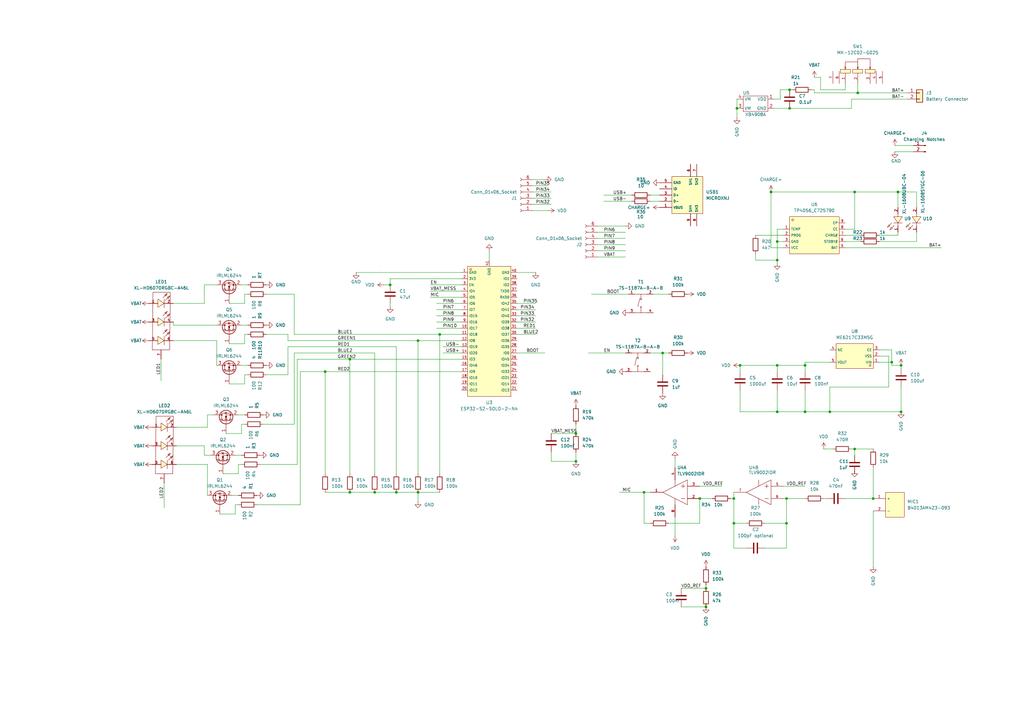
<source format=kicad_sch>
(kicad_sch (version 20231120) (generator "eeschema") (generator_version "8.0")
  (paper "A3")
  (junction (at 322.58 214.63))
  (junction (at 369.57 168.91))
  (junction (at 287.02 204.47))
  (junction (at 330.2 149.86))
  (junction (at 323.85 36.83))
  (junction (at 289.56 248.92))
  (junction (at 143.51 201.93))
  (junction (at 143.51 147.32))
  (junction (at 153.67 201.93))
  (junction (at 351.79 38.1))
  (junction (at 300.99 214.63))
  (junction (at 318.77 99.06))
  (junction (at 316.23 78.74))
  (junction (at 350.52 78.74))
  (junction (at 368.3 78.74))
  (junction (at 365.76 148.59))
  (junction (at 323.85 44.45))
  (junction (at 369.57 149.86))
  (junction (at 318.77 149.86))
  (junction (at 358.14 204.47))
  (junction (at 180.34 137.16))
  (junction (at 350.52 184.15))
  (junction (at 160.02 116.84))
  (junction (at 318.77 168.91))
  (junction (at 303.53 149.86))
  (junction (at 330.2 168.91))
  (junction (at 264.16 201.93))
  (junction (at 318.77 106.68))
  (junction (at 271.78 144.78))
  (junction (at 289.56 241.3))
  (junction (at 300.99 204.47))
  (junction (at 171.45 139.7))
  (junction (at 322.58 204.47))
  (junction (at 236.22 189.23))
  (junction (at 171.45 201.93))
  (junction (at 340.36 168.91))
  (junction (at 133.35 152.4))
  (junction (at 236.22 177.8))
  (junction (at 162.56 201.93))
  (junction (at 302.26 44.45))
  (wire (pts (xy 316.23 78.74) (xy 350.52 78.74)))
  (wire (pts (xy 83.82 116.84) (xy 83.82 124.46)))
  (wire (pts (xy 218.44 78.74) (xy 226.06 78.74)))
  (wire (pts (xy 302.26 44.45) (xy 302.26 40.64)))
  (wire (pts (xy 336.55 36.83) (xy 346.71 36.83)))
  (wire (pts (xy 317.5 44.45) (xy 323.85 44.45)))
  (wire (pts (xy 320.04 40.64) (xy 320.04 36.83)))
  (wire (pts (xy 180.34 137.16) (xy 189.23 137.16)))
  (wire (pts (xy 368.3 78.74) (xy 375.92 78.74)))
  (wire (pts (xy 160.02 124.46) (xy 160.02 125.73)))
  (wire (pts (xy 101.6 153.67) (xy 100.33 153.67)))
  (wire (pts (xy 162.56 142.24) (xy 162.56 194.31)))
  (wire (pts (xy 133.35 152.4) (xy 189.23 152.4)))
  (wire (pts (xy 318.77 107.95) (xy 318.77 106.68)))
  (wire (pts (xy 323.85 44.45) (xy 349.25 44.45)))
  (wire (pts (xy 266.7 144.78) (xy 271.78 144.78)))
  (wire (pts (xy 160.02 114.3) (xy 189.23 114.3)))
  (wire (pts (xy 321.31 93.98) (xy 318.77 93.98)))
  (wire (pts (xy 171.45 139.7) (xy 189.23 139.7)))
  (wire (pts (xy 179.07 127) (xy 189.23 127)))
  (wire (pts (xy 266.7 201.93) (xy 264.16 201.93)))
  (wire (pts (xy 181.61 144.78) (xy 189.23 144.78)))
  (wire (pts (xy 123.19 152.4) (xy 133.35 152.4)))
  (wire (pts (xy 171.45 139.7) (xy 171.45 194.31)))
  (wire (pts (xy 121.92 147.32) (xy 143.51 147.32)))
  (wire (pts (xy 218.44 86.36) (xy 224.79 86.36)))
  (wire (pts (xy 71.12 133.35) (xy 88.9 133.35)))
  (wire (pts (xy 181.61 142.24) (xy 189.23 142.24)))
  (wire (pts (xy 99.06 173.99) (xy 99.06 177.8)))
  (wire (pts (xy 71.12 133.35) (xy 71.12 132.08)))
  (wire (pts (xy 330.2 168.91) (xy 318.77 168.91)))
  (wire (pts (xy 349.25 44.45) (xy 349.25 40.64)))
  (wire (pts (xy 133.35 152.4) (xy 133.35 194.31)))
  (wire (pts (xy 346.71 36.83) (xy 346.71 34.29)))
  (wire (pts (xy 143.51 201.93) (xy 153.67 201.93)))
  (wire (pts (xy 309.88 106.68) (xy 309.88 104.14)))
  (wire (pts (xy 212.09 127) (xy 219.71 127)))
  (wire (pts (xy 276.86 187.96) (xy 276.86 191.77)))
  (wire (pts (xy 96.52 210.82) (xy 90.17 210.82)))
  (wire (pts (xy 236.22 173.99) (xy 236.22 177.8)))
  (wire (pts (xy 303.53 160.02) (xy 303.53 168.91)))
  (wire (pts (xy 153.67 144.78) (xy 153.67 194.31)))
  (wire (pts (xy 337.82 184.15) (xy 341.63 184.15)))
  (wire (pts (xy 212.09 132.08) (xy 219.71 132.08)))
  (wire (pts (xy 340.36 168.91) (xy 369.57 168.91)))
  (wire (pts (xy 349.25 184.15) (xy 350.52 184.15)))
  (wire (pts (xy 368.3 78.74) (xy 368.3 85.09)))
  (wire (pts (xy 303.53 149.86) (xy 303.53 152.4)))
  (wire (pts (xy 303.53 149.86) (xy 318.77 149.86)))
  (wire (pts (xy 176.53 116.84) (xy 189.23 116.84)))
  (wire (pts (xy 157.48 116.84) (xy 160.02 116.84)))
  (wire (pts (xy 93.98 157.48) (xy 100.33 157.48)))
  (wire (pts (xy 86.36 186.69) (xy 83.82 186.69)))
  (wire (pts (xy 295.91 198.12) (xy 295.91 199.39)))
  (wire (pts (xy 306.07 224.79) (xy 300.99 224.79)))
  (wire (pts (xy 71.12 139.7) (xy 88.9 139.7)))
  (wire (pts (xy 99.06 177.8) (xy 92.71 177.8)))
  (wire (pts (xy 330.2 168.91) (xy 330.2 160.02)))
  (wire (pts (xy 109.22 153.67) (xy 118.11 153.67)))
  (wire (pts (xy 334.01 38.1) (xy 351.79 38.1)))
  (wire (pts (xy 241.3 144.78) (xy 256.54 144.78)))
  (wire (pts (xy 72.39 190.5) (xy 85.09 190.5)))
  (wire (pts (xy 247.65 80.01) (xy 259.08 80.01)))
  (wire (pts (xy 330.2 148.59) (xy 330.2 149.86)))
  (wire (pts (xy 218.44 83.82) (xy 226.06 83.82)))
  (wire (pts (xy 120.65 137.16) (xy 180.34 137.16)))
  (wire (pts (xy 97.79 170.18) (xy 100.33 170.18)))
  (wire (pts (xy 245.11 100.33) (xy 256.54 100.33)))
  (wire (pts (xy 212.09 134.62) (xy 219.71 134.62)))
  (wire (pts (xy 83.82 124.46) (xy 71.12 124.46)))
  (wire (pts (xy 118.11 137.16) (xy 118.11 139.7)))
  (wire (pts (xy 212.09 137.16) (xy 219.71 137.16)))
  (wire (pts (xy 271.78 144.78) (xy 271.78 153.67)))
  (wire (pts (xy 364.49 146.05) (xy 364.49 158.75)))
  (wire (pts (xy 300.99 224.79) (xy 300.99 214.63)))
  (wire (pts (xy 321.31 199.39) (xy 330.2 199.39)))
  (wire (pts (xy 179.07 132.08) (xy 189.23 132.08)))
  (wire (pts (xy 367.03 62.23) (xy 374.65 62.23)))
  (wire (pts (xy 351.79 38.1) (xy 351.79 34.29)))
  (wire (pts (xy 245.11 105.41) (xy 256.54 105.41)))
  (wire (pts (xy 100.33 124.46) (xy 93.98 124.46)))
  (wire (pts (xy 247.65 82.55) (xy 259.08 82.55)))
  (wire (pts (xy 339.09 204.47) (xy 337.82 204.47)))
  (wire (pts (xy 96.52 207.01) (xy 96.52 210.82)))
  (wire (pts (xy 120.65 144.78) (xy 153.67 144.78)))
  (wire (pts (xy 300.99 204.47) (xy 300.99 214.63)))
  (wire (pts (xy 287.02 214.63) (xy 287.02 204.47)))
  (wire (pts (xy 309.88 96.52) (xy 321.31 96.52)))
  (wire (pts (xy 218.44 73.66) (xy 223.52 73.66)))
  (wire (pts (xy 100.33 120.65) (xy 100.33 124.46)))
  (wire (pts (xy 100.33 140.97) (xy 93.98 140.97)))
  (wire (pts (xy 330.2 149.86) (xy 330.2 152.4)))
  (wire (pts (xy 85.09 175.26) (xy 72.39 175.26)))
  (wire (pts (xy 364.49 158.75) (xy 340.36 158.75)))
  (wire (pts (xy 100.33 153.67) (xy 100.33 157.48)))
  (wire (pts (xy 340.36 148.59) (xy 330.2 148.59)))
  (wire (pts (xy 353.06 96.52) (xy 346.71 96.52)))
  (wire (pts (xy 83.82 182.88) (xy 72.39 182.88)))
  (wire (pts (xy 171.45 201.93) (xy 180.34 201.93)))
  (wire (pts (xy 212.09 111.76) (xy 219.71 111.76)))
  (wire (pts (xy 289.56 240.03) (xy 289.56 241.3)))
  (wire (pts (xy 120.65 173.99) (xy 120.65 144.78)))
  (wire (pts (xy 340.36 158.75) (xy 340.36 168.91)))
  (wire (pts (xy 107.95 173.99) (xy 120.65 173.99)))
  (wire (pts (xy 300.99 214.63) (xy 306.07 214.63)))
  (wire (pts (xy 179.07 129.54) (xy 189.23 129.54)))
  (wire (pts (xy 176.53 119.38) (xy 189.23 119.38)))
  (wire (pts (xy 88.9 149.86) (xy 88.9 139.7)))
  (wire (pts (xy 368.3 95.25) (xy 368.3 96.52)))
  (wire (pts (xy 101.6 120.65) (xy 100.33 120.65)))
  (wire (pts (xy 95.25 203.2) (xy 97.79 203.2)))
  (wire (pts (xy 109.22 120.65) (xy 120.65 120.65)))
  (wire (pts (xy 320.04 36.83) (xy 323.85 36.83)))
  (wire (pts (xy 200.66 102.87) (xy 200.66 106.6799)))
  (wire (pts (xy 274.32 214.63) (xy 287.02 214.63)))
  (wire (pts (xy 120.65 120.65) (xy 120.65 137.16)))
  (wire (pts (xy 180.34 137.16) (xy 180.34 194.31)))
  (wire (pts (xy 300.99 201.93) (xy 300.99 204.47)))
  (wire (pts (xy 245.11 92.71) (xy 256.54 92.71)))
  (wire (pts (xy 218.44 81.28) (xy 226.06 81.28)))
  (wire (pts (xy 323.85 36.83) (xy 325.12 36.83)))
  (wire (pts (xy 162.56 201.93) (xy 171.45 201.93)))
  (wire (pts (xy 118.11 139.7) (xy 171.45 139.7)))
  (wire (pts (xy 97.79 190.5) (xy 97.79 194.31)))
  (wire (pts (xy 322.58 214.63) (xy 322.58 204.47)))
  (wire (pts (xy 360.68 143.51) (xy 365.76 143.51)))
  (wire (pts (xy 189.23 111.76) (xy 146.05 111.76)))
  (wire (pts (xy 245.11 102.87) (xy 256.54 102.87)))
  (wire (pts (xy 279.4 248.92) (xy 289.56 248.92)))
  (wire (pts (xy 226.06 177.8) (xy 236.22 177.8)))
  (wire (pts (xy 176.53 121.92) (xy 189.23 121.92)))
  (wire (pts (xy 287.02 199.39) (xy 295.91 199.39)))
  (wire (pts (xy 360.68 146.05) (xy 364.49 146.05)))
  (wire (pts (xy 105.41 207.01) (xy 123.19 207.01)))
  (wire (pts (xy 109.22 137.16) (xy 118.11 137.16)))
  (wire (pts (xy 375.92 95.25) (xy 375.92 99.06)))
  (wire (pts (xy 349.25 40.64) (xy 372.11 40.64)))
  (wire (pts (xy 322.58 224.79) (xy 322.58 214.63)))
  (wire (pts (xy 369.57 158.75) (xy 369.57 168.91)))
  (wire (pts (xy 358.14 191.77) (xy 358.14 204.47)))
  (wire (pts (xy 267.97 120.65) (xy 274.32 120.65)))
  (wire (pts (xy 97.79 194.31) (xy 91.44 194.31)))
  (wire (pts (xy 350.52 186.69) (xy 350.52 184.15)))
  (wire (pts (xy 236.22 189.23) (xy 236.22 185.42)))
  (wire (pts (xy 226.06 185.42) (xy 226.06 189.23)))
  (wire (pts (xy 83.82 186.69) (xy 83.82 182.88)))
  (wire (pts (xy 67.31 198.12) (xy 67.31 208.28)))
  (wire (pts (xy 254 201.93) (xy 264.16 201.93)))
  (wire (pts (xy 106.68 190.5) (xy 121.92 190.5)))
  (wire (pts (xy 360.68 148.59) (xy 365.76 148.59)))
  (wire (pts (xy 321.31 99.06) (xy 318.77 99.06)))
  (wire (pts (xy 302.26 44.45) (xy 302.26 48.26)))
  (wire (pts (xy 99.06 149.86) (xy 101.6 149.86)))
  (wire (pts (xy 123.19 152.4) (xy 123.19 207.01)))
  (wire (pts (xy 179.07 134.62) (xy 189.23 134.62)))
  (wire (pts (xy 160.02 114.3) (xy 160.02 116.84)))
  (wire (pts (xy 118.11 142.24) (xy 162.56 142.24)))
  (wire (pts (xy 313.69 214.63) (xy 322.58 214.63)))
  (wire (pts (xy 88.9 116.84) (xy 83.82 116.84)))
  (wire (pts (xy 299.72 204.47) (xy 300.99 204.47)))
  (wire (pts (xy 100.33 137.16) (xy 100.33 140.97)))
  (wire (pts (xy 318.77 149.86) (xy 330.2 149.86)))
  (wire (pts (xy 375.92 99.06) (xy 360.68 99.06)))
  (wire (pts (xy 266.7 80.01) (xy 270.51 80.01)))
  (wire (pts (xy 264.16 201.93) (xy 264.16 214.63)))
  (wire (pts (xy 97.79 207.01) (xy 96.52 207.01)))
  (wire (pts (xy 330.2 168.91) (xy 340.36 168.91)))
  (wire (pts (xy 353.06 99.06) (xy 346.71 99.06)))
  (wire (pts (xy 279.4 241.3) (xy 289.56 241.3)))
  (wire (pts (xy 332.74 36.83) (xy 334.01 36.83)))
  (wire (pts (xy 212.09 129.54) (xy 219.71 129.54)))
  (wire (pts (xy 365.76 149.86) (xy 369.57 149.86)))
  (wire (pts (xy 350.52 93.98) (xy 350.52 78.74)))
  (wire (pts (xy 321.31 101.6) (xy 316.23 101.6)))
  (wire (pts (xy 245.11 95.25) (xy 256.54 95.25)))
  (wire (pts (xy 317.5 40.64) (xy 320.04 40.64)))
  (wire (pts (xy 133.35 201.93) (xy 143.51 201.93)))
  (wire (pts (xy 350.52 184.15) (xy 358.14 184.15)))
  (wire (pts (xy 346.71 101.6) (xy 386.08 101.6)))
  (wire (pts (xy 365.76 148.59) (xy 365.76 149.86)))
  (wire (pts (xy 212.09 144.78) (xy 223.52 144.78)))
  (wire (pts (xy 242.57 120.65) (xy 257.81 120.65)))
  (wire (pts (xy 171.45 205.74) (xy 171.45 201.93)))
  (wire (pts (xy 99.06 190.5) (xy 97.79 190.5)))
  (wire (pts (xy 99.06 116.84) (xy 101.6 116.84)))
  (wire (pts (xy 179.07 124.46) (xy 189.23 124.46)))
  (wire (pts (xy 85.09 170.18) (xy 85.09 175.26)))
  (wire (pts (xy 226.06 189.23) (xy 236.22 189.23)))
  (wire (pts (xy 318.77 99.06) (xy 318.77 106.68)))
  (wire (pts (xy 350.52 194.31) (xy 350.52 193.04)))
  (wire (pts (xy 264.16 214.63) (xy 266.7 214.63)))
  (wire (pts (xy 350.52 78.74) (xy 368.3 78.74)))
  (wire (pts (xy 87.63 170.18) (xy 85.09 170.18)))
  (wire (pts (xy 375.92 78.74) (xy 375.92 85.09)))
  (wire (pts (xy 101.6 137.16) (xy 100.33 137.16)))
  (wire (pts (xy 318.77 168.91) (xy 318.77 160.02)))
  (wire (pts (xy 358.14 209.55) (xy 358.14 232.41)))
  (wire (pts (xy 218.44 76.2) (xy 224.79 76.2)))
  (wire (pts (xy 118.11 153.67) (xy 118.11 142.24)))
  (wire (pts (xy 245.11 97.79) (xy 256.54 97.79)))
  (wire (pts (xy 303.53 168.91) (xy 318.77 168.91)))
  (wire (pts (xy 153.67 201.93) (xy 162.56 201.93)))
  (wire (pts (xy 100.33 173.99) (xy 99.06 173.99)))
  (wire (pts (xy 316.23 101.6) (xy 316.23 78.74)))
  (wire (pts (xy 369.57 149.86) (xy 369.57 151.13)))
  (wire (pts (xy 85.09 203.2) (xy 85.09 190.5)))
  (wire (pts (xy 276.86 212.09) (xy 276.86 219.71)))
  (wire (pts (xy 365.76 143.51) (xy 365.76 148.59)))
  (wire (pts (xy 321.31 204.47) (xy 322.58 204.47)))
  (wire (pts (xy 271.78 144.78) (xy 274.32 144.78)))
  (wire (pts (xy 322.58 204.47) (xy 330.2 204.47)))
  (wire (pts (xy 336.55 31.75) (xy 336.55 36.83)))
  (wire (pts (xy 66.04 147.32) (xy 66.04 156.21)))
  (wire (pts (xy 318.77 93.98) (xy 318.77 99.06)))
  (wire (pts (xy 313.69 224.79) (xy 322.58 224.79)))
  (wire (pts (xy 96.52 186.69) (xy 99.06 186.69)))
  (wire (pts (xy 156.21 109.2199) (xy 156.21 109.22)))
  (wire (pts (xy 346.71 93.98) (xy 350.52 93.98)))
  (wire (pts (xy 143.51 147.32) (xy 143.51 194.31)))
  (wire (pts (xy 336.55 31.75) (xy 334.01 31.75)))
  (wire (pts (xy 346.71 204.47) (xy 358.14 204.47)))
  (wire (pts (xy 368.3 96.52) (xy 360.68 96.52)))
  (wire (pts (xy 318.77 149.86) (xy 318.77 152.4)))
  (wire (pts (xy 99.06 133.35) (xy 101.6 133.35)))
  (wire (pts (xy 121.92 190.5) (xy 121.92 147.32)))
  (wire (pts (xy 367.03 59.69) (xy 374.65 59.69)))
  (wire (pts (xy 292.1 204.47) (xy 287.02 204.47)))
  (wire (pts (xy 334.01 36.83) (xy 334.01 38.1)))
  (wire (pts (xy 351.79 38.1) (xy 372.11 38.1)))
  (wire (pts (xy 318.77 106.68) (xy 309.88 106.68)))
  (wire (pts (xy 212.09 124.46) (xy 219.71 124.46)))
  (wire (pts (xy 266.7 82.55) (xy 270.51 82.55)))
  (wire (pts (xy 143.51 147.32) (xy 189.23 147.32)))
  (label "EN" (at 247.65 144.78 0))
  (label "PIN34" (at 219.71 78.74 0))
  (label "GREEN2" (at 138.43 147.32 0))
  (label "RED1" (at 214.63 134.62 0))
  (label "USB+" (at 182.88 144.78 0))
  (label "RED1" (at 138.43 142.24 0))
  (label "BLUE2" (at 214.63 137.16 0))
  (label "MIC" (at 176.53 121.92 0))
  (label "LED1" (at 66.04 153.67 90))
  (label "PIN6" (at 247.65 95.25 0))
  (label "BOOT" (at 215.9 144.78 0))
  (label "BLUE1" (at 138.43 137.16 0))
  (label "VDD_REF" (at 322.58 199.39 0))
  (label "GREEN1" (at 138.43 139.7 0))
  (label "PIN7" (at 247.65 97.79 0))
  (label "RED2" (at 138.43 152.4 0))
  (label "PIN8" (at 181.61 129.54 0))
  (label "PIN33" (at 213.36 129.54 0))
  (label "EN" (at 176.53 116.84 0))
  (label "MIC" (at 255.27 201.93 0))
  (label "PIN35" (at 214.63 124.46 0))
  (label "PIN32" (at 219.71 83.82 0))
  (label "PIN35" (at 219.71 76.2 0))
  (label "BLUE2" (at 138.43 144.78 0))
  (label "VDD_REF" (at 279.4 241.3 0))
  (label "PIN10" (at 181.61 134.62 0))
  (label "PIN9" (at 181.61 132.08 0))
  (label "LED2" (at 67.31 204.47 90))
  (label "BAT+" (at 365.76 38.1 0))
  (label "PIN7" (at 181.61 127 0))
  (label "PIN34" (at 213.36 127 0))
  (label "USB+" (at 251.46 80.01 0))
  (label "VDD_REF" (at 288.29 199.39 0))
  (label "USB-" (at 182.88 142.24 0))
  (label "PIN8" (at 247.65 100.33 0))
  (label "PIN9" (at 247.65 102.87 0))
  (label "BOOT" (at 248.92 120.65 0))
  (label "VBAT_MESS" (at 176.53 119.38 0))
  (label "USB-" (at 251.46 82.55 0))
  (label "PIN33" (at 219.71 81.28 0))
  (label "VBAT_MESS" (at 226.06 177.8 0))
  (label "PIN6" (at 181.61 124.46 0))
  (label "VBAT" (at 247.65 105.41 0))
  (label "BAT+" (at 381 101.6 0))
  (label "PIN32" (at 213.36 132.08 0))
  (label "BAT-" (at 365.76 40.64 0))
  (symbol (lib_id "power:VDD") (at 281.94 120.65 270) (unit 1)
    (property "Reference" "#PWR044" (effects (hide yes)))
    (property "Value" "VDD" (at 285.75 120.65 90) (effects (justify left)))
  )
  (symbol (lib_id "power:GND") (at 276.86 187.96 180) (unit 1)
    (property "Reference" "#PWR022" (effects (hide yes)))
    (property "Value" "GND" (at 276.86 184.15 90) (effects (justify right)))
  )
  (symbol (lib_id "Device:C") (at 318.77 156.21 180) (unit 1)
    (property "Reference" "C6" (at 322.58 154.94 0) (effects (justify right)))
    (property "Value" "10uf" (at 322.58 157.48 0) (effects (justify right)))
    (property "Footprint" "Capacitor_SMD:C_0603_1608Metric" (effects (hide yes)))
  )
  (symbol (lib_id "Device:C") (at 350.52 190.5 0) (unit 1)
    (property "Reference" "C11" (at 344.17 189.23 0) (effects (justify left)))
    (property "Value" "1uF" (at 344.17 191.77 0) (effects (justify left)))
    (property "Footprint" "Capacitor_SMD:C_0603_1608Metric" (effects (hide yes)))
  )
  (symbol (lib_name "VBAT_10") (lib_id "power:VBAT") (at 60.96 124.46 90) (unit 1)
    (property "Reference" "#PWR01" (effects (hide yes)))
    (property "Value" "VBAT" (at 55.88 124.46 90))
  )
  (symbol (lib_id "power:VDD") (at 276.86 219.71 180) (unit 1)
    (property "Reference" "#PWR024" (effects (hide yes)))
    (property "Value" "VDD" (at 276.86 224.79 0))
  )
  (symbol (lib_id "Device:R") (at 143.51 198.12 180) (unit 1)
    (property "Reference" "R14" (at 146.05 196.85 0) (effects (justify right)))
    (property "Value" "100k" (at 146.05 199.39 0) (effects (justify right)))
    (property "Footprint" "Resistor_SMD:R_0603_1608Metric" (effects (hide yes)))
  )
  (symbol (lib_id "Device:R") (at 104.14 170.18 90) (mirror x) (unit 1)
    (property "Reference" "R5" (at 105.41 167.64 0) (effects (justify right)))
    (property "Value" "1" (at 102.87 167.64 0) (effects (justify right)))
    (property "Footprint" "Resistor_SMD:R_0603_1608Metric" (effects (hide yes)))
  )
  (symbol (lib_id "TP4056_C725790:TP4056_C725790") (at 334.01 96.52 0) (unit 1)
    (property "Reference" "U6" (at 334.01 83.82 0))
    (property "Value" "TP4056_C725790" (at 334.01 86.36 0))
    (property "Footprint" "footprint:ESOP-8_L4.9-W3.9-P1.27-LS6.0-BL-EP" (effects (hide yes)))
    (property "Datasheet" "https://www.mornsun.cn/html/pdf/SCM1501B.html" (effects (hide yes)))
    (property "LCSC" "C725790" (effects (hide yes)))
  )
  (symbol (lib_id "power:VDD") (at 157.48 116.84 90) (unit 1)
    (property "Reference" "#PWR015" (effects (hide yes)))
    (property "Value" "VDD" (at 153.67 116.84 90) (effects (justify left)))
  )
  (symbol (lib_id "power:GND") (at 223.52 73.66 90) (unit 1)
    (property "Reference" "#PWR020" (effects (hide yes)))
    (property "Value" "GND" (at 227.33 73.66 90) (effects (justify right)))
  )
  (symbol (lib_id "Transistor_FET:IRLML6244") (at 93.98 152.4 90) (unit 1)
    (property "Reference" "Q6" (at 93.98 143.51 90))
    (property "Value" "IRLML6244" (at 93.98 146.05 90))
    (property "Footprint" "Package_TO_SOT_SMD:SOT-23" (effects (hide yes)))
    (property "Datasheet" "https://www.infineon.com/dgdl/Infineon-IRLML6244-DataSheet-v01_01-EN.pdf?fileId=5546d462533600a4015356686fed261f" (effects (hide yes)))
  )
  (symbol (lib_id "power:VDD") (at 289.56 232.41 0) (unit 1)
    (property "Reference" "#PWR026" (effects (hide yes)))
    (property "Value" "VDD" (at 289.56 227.33 0))
  )
  (symbol (lib_id "power:GND") (at 270.51 74.93 270) (unit 1)
    (property "Reference" "#PWR041" (effects (hide yes)))
    (property "Value" "GND" (at 266.7 74.93 90) (effects (justify right)))
  )
  (symbol (lib_name "VBAT_8") (lib_id "power:VBAT") (at 60.96 139.7 90) (unit 1)
    (property "Reference" "#PWR03" (effects (hide yes)))
    (property "Value" "VBAT" (at 55.88 139.7 90))
  )
  (symbol (lib_id "Device:C") (at 160.02 120.65 180) (unit 1)
    (property "Reference" "C1" (at 163.83 119.38 0) (effects (justify right)))
    (property "Value" "47uf" (at 163.83 121.92 0) (effects (justify right)))
    (property "Footprint" "Capacitor_SMD:C_0603_1608Metric" (effects (hide yes)))
  )
  (symbol (lib_id "power:VDD") (at 281.94 144.78 270) (unit 1)
    (property "Reference" "#PWR08" (effects (hide yes)))
    (property "Value" "VDD" (at 285.75 144.78 90) (effects (justify left)))
  )
  (symbol (lib_id "power:GND") (at 289.56 248.92 0) (unit 1)
    (property "Reference" "#PWR028" (effects (hide yes)))
    (property "Value" "GND" (at 289.56 252.73 90) (effects (justify right)))
  )
  (symbol (lib_id "Device:C") (at 323.85 40.64 0) (unit 1)
    (property "Reference" "C7" (at 327.66 39.37 0) (effects (justify left)))
    (property "Value" "0.1uF" (at 327.66 41.91 0) (effects (justify left)))
    (property "Footprint" "Capacitor_SMD:C_0603_1608Metric" (effects (hide yes)))
  )
  (symbol (lib_name "VBAT_4") (lib_id "power:VBAT") (at 334.01 31.75 0) (unit 1)
    (property "Reference" "#PWR034" (effects (hide yes)))
    (property "Value" "VBAT" (at 334.01 26.67 0))
  )
  (symbol (lib_id "XL-HD6070RGBC-A46L:XL-HD6070RGBC-A46L") (at 66.04 132.08 90) (mirror x) (unit 1)
    (property "Reference" "LED1" (at 66.167 115.57 90))
    (property "Value" "XL-HD6070RGBC-A46L" (at 66.167 118.11 90))
    (property "Footprint" "Library:LED-SMD_XL-HD6070RGBC-A46L" (effects (hide yes)))
    (property "Datasheet" "https://atta.szlcsc.com/upload/public/pdf/source/20230111/33D25E00C3079F1D905D9121522B30DE.pdf" (effects (hide yes)))
    (property "LCSC" "C5349977" (effects (hide yes)))
  )
  (symbol (lib_id "power:GND") (at 160.02 125.73 0) (unit 1)
    (property "Reference" "#PWR016" (effects (hide yes)))
    (property "Value" "GND" (at 160.02 130.81 0))
  )
  (symbol (lib_id "Device:R") (at 262.89 82.55 270) (unit 1)
    (property "Reference" "R36" (at 262.89 86.868 90))
    (property "Value" "10" (at 262.636 88.9 90))
    (property "Footprint" "Resistor_SMD:R_0603_1608Metric" (effects (hide yes)))
    (property "Description" "Resistor" (effects (hide yes)))
  )
  (symbol (lib_id "Device:R") (at 101.6 207.01 90) (unit 1)
    (property "Reference" "R2" (at 102.87 209.55 0) (effects (justify right)))
    (property "Value" "100" (at 100.33 209.55 0) (effects (justify right)))
    (property "Footprint" "Resistor_SMD:R_0603_1608Metric" (effects (hide yes)))
  )
  (symbol (lib_id "XL-1608SYGC-06:XL-1608SYGC-06") (at 375.92 90.17 90) (unit 1)
    (property "Reference" "U10" (at 378.46 89.662 90) (effects (justify right)))
    (property "Value" "XL-1608SYGC-06" (at 378.46 69.85 0) (effects (justify right)))
    (property "Footprint" "footprint:LED0603-RD_GREEN" (effects (hide yes)))
    (property "Datasheet" "https://atta.szlcsc.com/upload/public/pdf/source/20190115/C264450_D840E7E570138F41CCE67133F241C738.pdf" (effects (hide yes)))
    (property "LCSC" "C965805" (effects (hide yes)))
  )
  (symbol (lib_id "Device:R") (at 104.14 173.99 90) (unit 1)
    (property "Reference" "R6" (at 105.41 176.53 0) (effects (justify right)))
    (property "Value" "100" (at 102.87 176.53 0) (effects (justify right)))
    (property "Footprint" "Resistor_SMD:R_0603_1608Metric" (effects (hide yes)))
  )
  (symbol (lib_id "Transistor_FET:IRLML6244") (at 93.98 119.38 90) (unit 1)
    (property "Reference" "Q4" (at 93.98 110.49 90))
    (property "Value" "IRLML6244" (at 93.98 113.03 90))
    (property "Footprint" "Package_TO_SOT_SMD:SOT-23" (effects (hide yes)))
    (property "Datasheet" "https://www.infineon.com/dgdl/Infineon-IRLML6244-DataSheet-v01_01-EN.pdf?fileId=5546d462533600a4015356686fed261f" (effects (hide yes)))
  )
  (symbol (lib_id "Device:R") (at 133.35 198.12 180) (unit 1)
    (property "Reference" "R13" (at 135.89 196.85 0) (effects (justify right)))
    (property "Value" "100k" (at 135.89 199.39 0) (effects (justify right)))
    (property "Footprint" "Resistor_SMD:R_0603_1608Metric" (effects (hide yes)))
  )
  (symbol (lib_id "Device:C") (at 342.9 204.47 90) (unit 1)
    (property "Reference" "C4" (at 342.9 196.85 90))
    (property "Value" "470nF" (at 342.9 199.39 90))
    (property "Footprint" "Capacitor_SMD:C_0603_1608Metric" (effects (hide yes)))
  )
  (symbol (lib_id "Device:C") (at 271.78 157.48 180) (unit 1)
    (property "Reference" "C9" (at 275.59 156.21 0) (effects (justify right)))
    (property "Value" "1uf" (at 275.59 158.75 0) (effects (justify right)))
    (property "Footprint" "Capacitor_SMD:C_0603_1608Metric" (effects (hide yes)))
  )
  (symbol (lib_id "power:GND") (at 219.71 111.76 0) (unit 1)
    (property "Reference" "#PWR023" (effects (hide yes)))
    (property "Value" "GND" (at 219.71 116.84 0))
  )
  (symbol (lib_id "Device:R") (at 101.6 203.2 90) (mirror x) (unit 1)
    (property "Reference" "R1" (at 102.87 200.66 0) (effects (justify right)))
    (property "Value" "4" (at 100.33 200.66 0) (effects (justify right)))
    (property "Footprint" "Resistor_SMD:R_0603_1608Metric" (effects (hide yes)))
  )
  (symbol (lib_id "Device:R") (at 358.14 187.96 0) (unit 1)
    (property "Reference" "R29" (at 360.68 186.69 0) (effects (justify left)))
    (property "Value" "10k" (at 360.68 189.23 0) (effects (justify left)))
    (property "Footprint" "Resistor_SMD:R_0603_1608Metric" (effects (hide yes)))
  )
  (symbol (lib_id "Device:R") (at 356.87 96.52 270) (unit 1)
    (property "Reference" "R22" (at 351.79 95.25 90))
    (property "Value" "1k" (at 361.95 95.25 90))
    (property "Footprint" "Resistor_SMD:R_0603_1608Metric" (effects (hide yes)))
  )
  (symbol (lib_id "XL-HD6070RGBC-A46L:XL-HD6070RGBC-A46L") (at 67.31 182.88 90) (mirror x) (unit 1)
    (property "Reference" "LED2" (at 67.437 166.37 90))
    (property "Value" "XL-HD6070RGBC-A46L" (at 67.437 168.91 90))
    (property "Footprint" "Library:LED-SMD_XL-HD6070RGBC-A46L" (effects (hide yes)))
    (property "Datasheet" "https://atta.szlcsc.com/upload/public/pdf/source/20230111/33D25E00C3079F1D905D9121522B30DE.pdf" (effects (hide yes)))
    (property "LCSC" "C5349977" (effects (hide yes)))
  )
  (symbol (lib_id "XL-1608UBC-04:XL-1608UBC-04") (at 368.3 90.17 90) (unit 1)
    (property "Reference" "U9" (at 370.84 89.662 90) (effects (justify right)))
    (property "Value" "XL-1608UBC-04" (at 370.84 71.12 0) (effects (justify right)))
    (property "Footprint" "footprint:LED0603-RD_BLUE" (effects (hide yes)))
    (property "Datasheet" "https://atta.szlcsc.com/upload/public/pdf/source/20210617/C2837377_50FC585D376FE0CDA016E524346528FF.pdf" (effects (hide yes)))
    (property "LCSC" "C965807" (effects (hide yes)))
  )
  (symbol (lib_id "Device:R") (at 105.41 153.67 90) (unit 1)
    (property "Reference" "R12" (at 106.68 156.21 0) (effects (justify right)))
    (property "Value" "100" (at 104.14 156.21 0) (effects (justify right)))
    (property "Footprint" "Resistor_SMD:R_0603_1608Metric" (effects (hide yes)))
  )
  (symbol (lib_id "Device:R") (at 105.41 149.86 90) (mirror x) (unit 1)
    (property "Reference" "R11" (at 106.68 147.32 0) (effects (justify right)))
    (property "Value" "4" (at 104.14 147.32 0) (effects (justify right)))
    (property "Footprint" "Resistor_SMD:R_0603_1608Metric" (effects (hide yes)))
  )
  (symbol (lib_id "Device:R") (at 289.56 236.22 180) (unit 1)
    (property "Reference" "R33" (at 292.1 234.95 0) (effects (justify right)))
    (property "Value" "100k" (at 292.1 237.49 0) (effects (justify right)))
    (property "Footprint" "Resistor_SMD:R_0603_1608Metric" (effects (hide yes)))
  )
  (symbol (lib_id "Device:R") (at 180.34 198.12 180) (unit 1)
    (property "Reference" "R18" (at 182.88 196.85 0) (effects (justify right)))
    (property "Value" "100k" (at 182.88 199.39 0) (effects (justify right)))
    (property "Footprint" "Resistor_SMD:R_0603_1608Metric" (effects (hide yes)))
  )
  (symbol (lib_id "power:VDD") (at 303.53 149.86 90) (unit 1)
    (property "Reference" "#PWR032" (effects (hide yes)))
    (property "Value" "VDD" (at 299.72 149.86 90) (effects (justify left)))
  )
  (symbol (lib_id "Device:R") (at 328.93 36.83 90) (unit 1)
    (property "Reference" "R21" (at 326.39 31.75 90))
    (property "Value" "1k" (at 326.39 34.29 90))
    (property "Footprint" "Resistor_SMD:R_0603_1608Metric" (effects (hide yes)))
  )
  (symbol (lib_id "Device:R") (at 102.87 186.69 90) (mirror x) (unit 1)
    (property "Reference" "R3" (at 104.14 184.15 0) (effects (justify right)))
    (property "Value" "1" (at 101.6 184.15 0) (effects (justify right)))
    (property "Footprint" "Resistor_SMD:R_0603_1608Metric" (effects (hide yes)))
  )
  (symbol (lib_id "Device:C") (at 309.88 224.79 90) (unit 1)
    (property "Reference" "C2" (at 309.88 217.17 90))
    (property "Value" "100pF optional" (at 309.88 219.71 90))
    (property "Footprint" "Capacitor_SMD:C_0603_1608Metric" (effects (hide yes)))
  )
  (symbol (lib_id "Device:C") (at 226.06 181.61 180) (unit 1)
    (property "Reference" "C12" (at 229.87 180.3399 0) (effects (justify right)))
    (property "Value" "100nF" (at 229.87 182.8799 0) (effects (justify right)))
    (property "Footprint" "Capacitor_SMD:C_0603_1608Metric" (effects (hide yes)))
  )
  (symbol (lib_id "Device:C") (at 279.4 245.11 0) (unit 1)
    (property "Reference" "C3" (at 273.05 243.84 0) (effects (justify left)))
    (property "Value" "100nf" (at 273.05 246.38 0) (effects (justify left)))
    (property "Footprint" "Capacitor_SMD:C_0603_1608Metric" (effects (hide yes)))
  )
  (symbol (lib_id "Device:R") (at 334.01 204.47 90) (unit 1)
    (property "Reference" "R28" (at 334.01 198.12 90))
    (property "Value" "10k" (at 334.01 200.66 90))
    (property "Footprint" "Resistor_SMD:R_0603_1608Metric" (effects (hide yes)))
  )
  (symbol (lib_id "Transistor_FET:IRLML6244") (at 93.98 135.89 90) (unit 1)
    (property "Reference" "Q5" (at 93.98 127 90))
    (property "Value" "IRLML6244" (at 93.98 129.54 90))
    (property "Footprint" "Package_TO_SOT_SMD:SOT-23" (effects (hide yes)))
    (property "Datasheet" "https://www.infineon.com/dgdl/Infineon-IRLML6244-DataSheet-v01_01-EN.pdf?fileId=5546d462533600a4015356686fed261f" (effects (hide yes)))
  )
  (symbol (lib_id "power:GND") (at 146.05 111.76 0) (unit 1)
    (property "Reference" "#PWR018" (effects (hide yes)))
    (property "Value" "GND" (at 146.05 115.57 0))
  )
  (symbol (lib_id "Device:R") (at 295.91 204.47 90) (unit 1)
    (property "Reference" "R34" (at 289.56 207.01 90))
    (property "Value" "10k" (at 294.64 207.01 90))
    (property "Footprint" "Resistor_SMD:R_0603_1608Metric" (effects (hide yes)))
  )
  (symbol (lib_id "power:GND") (at 256.54 152.4 270) (unit 1)
    (property "Reference" "#PWR07" (effects (hide yes)))
    (property "Value" "GND" (at 252.73 152.4 90) (effects (justify right)))
  )
  (symbol (lib_id "Connector:Conn_01x02_Pin") (at 379.73 59.69 0) (mirror y) (unit 1)
    (property "Reference" "J4" (at 379.095 54.61 0))
    (property "Value" "Charging Notches" (at 379.095 57.15 0))
    (property "Footprint" "Library:ChargingNotches" (effects (hide yes)))
  )
  (symbol (lib_id "power:GND") (at 369.57 168.91 0) (unit 1)
    (property "Reference" "#PWR040" (effects (hide yes)))
    (property "Value" "GND" (at 369.57 172.72 90) (effects (justify right)))
  )
  (symbol (lib_id "MK-12C02-G025:MK-12C02-G025") (at 351.79 29.21 0) (unit 1)
    (property "Reference" "SW1" (at 351.79 19.05 0))
    (property "Value" "MK-12C02-G025" (at 351.79 21.59 0))
    (property "Footprint" "footprint:SW-SMD_MK-12C02-G025" (effects (hide yes)))
    (property "Datasheet" "https://item.szlcsc.com/826787.html" (effects (hide yes)))
    (property "LCSC" "C778186" (effects (hide yes)))
  )
  (symbol (lib_id "power:GND") (at 350.52 193.04 0) (unit 1)
    (property "Reference" "#PWR046" (effects (hide yes)))
    (property "Value" "GND" (at 350.52 196.85 90) (effects (justify right)))
  )
  (symbol (lib_id "Device:R") (at 262.89 80.01 270) (unit 1)
    (property "Reference" "R35" (at 262.89 73.66 90))
    (property "Value" "10" (at 262.89 76.2 90))
    (property "Footprint" "Resistor_SMD:R_0603_1608Metric" (effects (hide yes)))
    (property "Description" "Resistor" (effects (hide yes)))
  )
  (symbol (lib_id "Device:R") (at 356.87 99.06 270) (unit 1)
    (property "Reference" "R23" (at 351.79 97.79 90))
    (property "Value" "1k" (at 361.95 97.79 90))
    (property "Footprint" "Resistor_SMD:R_0603_1608Metric" (effects (hide yes)))
  )
  (symbol (lib_id "power:GND") (at 302.26 48.26 0) (unit 1)
    (property "Reference" "#PWR027" (effects (hide yes)))
    (property "Value" "GND" (at 302.26 52.07 90) (effects (justify right)))
  )
  (symbol (lib_id "power:GND") (at 271.78 161.29 0) (unit 1)
    (property "Reference" "#PWR045" (effects (hide yes)))
    (property "Value" "GND" (at 271.78 166.37 0))
  )
  (symbol (lib_id "MICROXNJ:MICROXNJ") (at 280.67 80.01 0) (unit 1)
    (property "Reference" "USB1" (at 289.56 78.74 0) (effects (justify left)))
    (property "Value" "MICROXNJ" (at 289.56 81.28 0) (effects (justify left)))
    (property "Footprint" "footprint:MICRO-USB-SMD_MICROXNJ" (effects (hide yes)))
    (property "Datasheet" "https://item.szlcsc.com/392534.html" (effects (hide yes)))
    (property "LCSC" "C404969" (effects (hide yes)))
  )
  (symbol (lib_id "TS-1187A-B-A-B:TS-1187A-B-A-B") (at 262.89 123.19 0) (unit 1)
    (property "Reference" "T1" (at 262.89 115.57 0))
    (property "Value" "TS-1187A-B-A-B" (at 262.89 118.11 0))
    (property "Footprint" "footprint:SW-SMD_4P-L5.1-W5.1-P3.70-LS6.5-TL-2" (effects (hide yes)))
    (property "Datasheet" "https://item.szlcsc.com/300285.html" (effects (hide yes)))
    (property "LCSC" "C318884" (effects (hide yes)))
  )
  (symbol (lib_id "Device:R") (at 309.88 214.63 270) (unit 1)
    (property "Reference" "R27" (at 309.88 208.28 90))
    (property "Value" "100k" (at 309.88 210.82 90))
    (property "Footprint" "Resistor_SMD:R_0603_1608Metric" (effects (hide yes)))
  )
  (symbol (lib_id "Device:R") (at 162.56 198.12 180) (unit 1)
    (property "Reference" "R16" (at 165.1 196.85 0) (effects (justify right)))
    (property "Value" "100k" (at 165.1 199.39 0) (effects (justify right)))
    (property "Footprint" "Resistor_SMD:R_0603_1608Metric" (effects (hide yes)))
  )
  (symbol (lib_id "Device:R") (at 171.45 198.12 180) (unit 1)
    (property "Reference" "R17" (at 173.99 196.85 0) (effects (justify right)))
    (property "Value" "100k" (at 173.99 199.39 0) (effects (justify right)))
    (property "Footprint" "Resistor_SMD:R_0603_1608Metric" (effects (hide yes)))
  )
  (symbol (lib_id "Device:R") (at 102.87 190.5 90) (unit 1)
    (property "Reference" "R4" (at 104.14 193.04 0) (effects (justify right)))
    (property "Value" "100" (at 101.6 193.04 0) (effects (justify right)))
    (property "Footprint" "Resistor_SMD:R_0603_1608Metric" (effects (hide yes)))
  )
  (symbol (lib_id "power:GND") (at 200.66 102.87 180) (unit 1)
    (property "Reference" "#PWR021" (effects (hide yes)))
    (property "Value" "GND" (at 200.66 97.79 0))
  )
  (symbol (lib_name "VBAT_11") (lib_id "power:VBAT") (at 367.03 59.69 0) (unit 1)
    (property "Reference" "#PWR037" (effects (hide yes)))
    (property "Value" "CHARGE+" (at 367.03 54.61 0))
  )
  (symbol (lib_id "Device:C") (at 303.53 156.21 0) (unit 1)
    (property "Reference" "C5" (at 307.34 154.94 0) (effects (justify left)))
    (property "Value" "1000uf" (at 307.34 157.48 0) (effects (justify left)))
    (property "Footprint" "footprint6:CAP-SMD_BD8.0-L8.3-W8.3-FD" (effects (hide yes)))
  )
  (symbol (lib_name "VBAT_1") (lib_id "power:VBAT") (at 369.57 149.86 0) (unit 1)
    (property "Reference" "#PWR039" (effects (hide yes)))
    (property "Value" "VBAT" (at 369.57 144.78 0))
  )
  (symbol (lib_id "TS-1187A-B-A-B:TS-1187A-B-A-B") (at 261.62 147.32 0) (unit 1)
    (property "Reference" "T2" (at 261.62 139.7 0))
    (property "Value" "TS-1187A-B-A-B" (at 261.62 142.24 0))
    (property "Footprint" "footprint:SW-SMD_4P-L5.1-W5.1-P3.70-LS6.5-TL-2" (effects (hide yes)))
    (property "Datasheet" "https://item.szlcsc.com/300285.html" (effects (hide yes)))
    (property "LCSC" "C318884" (effects (hide yes)))
  )
  (symbol (lib_id "Device:R") (at 105.41 137.16 90) (unit 1)
    (property "Reference" "R10" (at 106.68 139.7 0) (effects (justify right)))
    (property "Value" "100" (at 104.14 139.7 0) (effects (justify right)))
    (property "Footprint" "Resistor_SMD:R_0603_1608Metric" (effects (hide yes)))
  )
  (symbol (lib_id "Connector:Conn_01x06_Socket") (at 213.36 81.28 180) (unit 1)
    (property "Reference" "J1" (at 212.09 81.28 0) (effects (justify left)))
    (property "Value" "Conn_01x06_Socket" (at 212.09 78.74 0) (effects (justify left)))
    (property "Footprint" "footprint:HDR-TH_6P-P2.54-V-F" (effects (hide yes)))
  )
  (symbol (lib_id "power:GND") (at 109.22 116.84 90) (unit 1)
    (property "Reference" "#PWR012" (effects (hide yes)))
    (property "Value" "GND" (at 113.03 116.84 90) (effects (justify right)))
  )
  (symbol (lib_id "power:VBAT") (at 316.23 78.74 0) (unit 1)
    (property "Reference" "#PWR030" (effects (hide yes)))
    (property "Value" "CHARGE+" (at 316.23 73.66 0))
  )
  (symbol (lib_id "power:GND") (at 109.22 149.86 90) (unit 1)
    (property "Reference" "#PWR014" (effects (hide yes)))
    (property "Value" "GND" (at 113.03 149.86 90) (effects (justify right)))
  )
  (symbol (lib_id "Device:C") (at 330.2 156.21 180) (unit 1)
    (property "Reference" "C8" (at 334.01 154.94 0) (effects (justify right)))
    (property "Value" "100nf" (at 334.01 157.48 0) (effects (justify right)))
    (property "Footprint" "Capacitor_SMD:C_0603_1608Metric" (effects (hide yes)))
  )
  (symbol (lib_id "Transistor_FET:IRLML6244") (at 91.44 189.23 90) (unit 1)
    (property "Reference" "Q2" (at 91.44 180.34 90))
    (property "Value" "IRLML6244" (at 91.44 182.88 90))
    (property "Footprint" "Package_TO_SOT_SMD:SOT-23" (effects (hide yes)))
    (property "Datasheet" "https://www.infineon.com/dgdl/Infineon-IRLML6244-DataSheet-v01_01-EN.pdf?fileId=5546d462533600a4015356686fed261f" (effects (hide yes)))
  )
  (symbol (lib_id "power:GND") (at 171.45 205.74 0) (unit 1)
    (property "Reference" "#PWR017" (effects (hide yes)))
    (property "Value" "GND" (at 173.99 207.01 0) (effects (justify left)))
  )
  (symbol (lib_id "Battery_Management:XB4908A") (at 309.88 41.91 0) (mirror y) (unit 1)
    (property "Reference" "U5" (at 306.07 38.1 0))
    (property "Value" "XB4908A" (at 309.88 46.99 0))
    (property "Footprint" "footprint:XB4908A" (effects (hide yes)))
  )
  (symbol (lib_id "power:GND") (at 257.81 128.27 270) (unit 1)
    (property "Reference" "#PWR036" (effects (hide yes)))
    (property "Value" "GND" (at 254 128.27 90) (effects (justify right)))
  )
  (symbol (lib_id "Connector_Generic:Conn_01x02") (at 377.19 38.1 0) (unit 1)
    (property "Reference" "J3" (at 379.73 38.1 0) (effects (justify left)))
    (property "Value" "Battery Connector" (at 379.73 40.64 0) (effects (justify left)))
    (property "Footprint" "Connector_JST:JST_PH_B2B-PH-K_1x02_P2.00mm_Vertical" (effects (hide yes)))
  )
  (symbol (lib_id "power:GND") (at 236.22 189.23 0) (unit 1)
    (property "Reference" "#PWR025" (effects (hide yes)))
    (property "Value" "GND" (at 236.22 194.31 0))
  )
  (symbol (lib_name "VBAT_7") (lib_id "power:VBAT") (at 62.23 190.5 90) (unit 1)
    (property "Reference" "#PWR06" (effects (hide yes)))
    (property "Value" "VBAT" (at 57.15 190.5 90))
  )
  (symbol (lib_id "ME6217C33M5G:ME6217C33M5G") (at 350.52 146.05 180) (unit 1)
    (property "Reference" "U8" (at 350.52 135.89 0))
    (property "Value" "ME6217C33M5G" (at 350.52 138.43 0))
    (property "Footprint" "footprint:SOT-23-5_L3.0-W1.7-P0.95-LS2.8-BR" (effects (hide yes)))
    (property "Datasheet" "https://item.szlcsc.com/236104.html" (effects (hide yes)))
    (property "LCSC" "C427602" (effects (hide yes)))
  )
  (symbol (lib_id "Device:R") (at 236.22 170.18 0) (unit 1)
    (property "Reference" "R19" (at 238.76 168.9099 0) (effects (justify left)))
    (property "Value" "470k" (at 238.76 171.4499 0) (effects (justify left)))
    (property "Footprint" "Resistor_SMD:R_0603_1608Metric" (effects (hide yes)))
  )
  (symbol (lib_id "power:GND") (at 358.14 232.41 0) (unit 1)
    (property "Reference" "#PWR035" (effects (hide yes)))
    (property "Value" "GND" (at 358.14 236.22 90) (effects (justify right)))
  )
  (symbol (lib_id "Connector:Conn_01x06_Socket") (at 240.03 100.33 180) (unit 1)
    (property "Reference" "J2" (at 238.76 100.33 0) (effects (justify left)))
    (property "Value" "Conn_01x06_Socket" (at 238.76 97.79 0) (effects (justify left)))
    (property "Footprint" "footprint:HDR-TH_6P-P2.54-V-F" (effects (hide yes)))
  )
  (symbol (lib_id "Device:C") (at 369.57 154.94 0) (unit 1)
    (property "Reference" "C10" (at 373.38 153.6699 0) (effects (justify left)))
    (property "Value" "100uf" (at 373.38 156.2099 0) (effects (justify left)))
    (property "Footprint" "footprint:CASE-B_3528" (effects (hide yes)))
  )
  (symbol (lib_id "Device:R") (at 153.67 198.12 180) (unit 1)
    (property "Reference" "R15" (at 156.21 196.85 0) (effects (justify right)))
    (property "Value" "100k" (at 156.21 199.39 0) (effects (justify right)))
    (property "Footprint" "Resistor_SMD:R_0603_1608Metric" (effects (hide yes)))
  )
  (symbol (lib_id "power:GND") (at 106.68 186.69 90) (unit 1)
    (property "Reference" "#PWR010" (effects (hide yes)))
    (property "Value" "GND" (at 110.49 186.69 90) (effects (justify right)))
  )
  (symbol (lib_id "Device:R") (at 278.13 144.78 270) (unit 1)
    (property "Reference" "R30" (at 278.13 138.43 90))
    (property "Value" "100k" (at 278.13 140.97 90))
    (property "Footprint" "Resistor_SMD:R_0603_1608Metric" (effects (hide yes)))
  )
  (symbol (lib_id "B4013AM423-093:B4013AM423-093") (at 365.76 207.01 270) (unit 1)
    (property "Reference" "MIC1" (at 372.11 205.7399 90) (effects (justify left)))
    (property "Value" "B4013AM423-093" (at 372.11 208.2799 90) (effects (justify left)))
    (property "Footprint" "footprint:MIC-TH_BD6.0_B6027AP383-056" (effects (hide yes)))
    (property "Datasheet" "https://atta.szlcsc.com/upload/public/pdf/source/20180813/C233790_F5B864A011312A7BF4487DA03A0EE7FB.pdf" (effects (hide yes)))
    (property "LCSC" "C233790" (effects (hide yes)))
  )
  (symbol (lib_id "power:GND") (at 107.95 170.18 90) (unit 1)
    (property "Reference" "#PWR011" (effects (hide yes)))
    (property "Value" "GND" (at 111.76 170.18 90) (effects (justify right)))
  )
  (symbol (lib_id "Device:R") (at 105.41 120.65 90) (unit 1)
    (property "Reference" "R8" (at 106.68 123.19 0) (effects (justify right)))
    (property "Value" "100" (at 104.14 123.19 0) (effects (justify right)))
    (property "Footprint" "Resistor_SMD:R_0603_1608Metric" (effects (hide yes)))
  )
  (symbol (lib_id "power:GND") (at 105.41 203.2 90) (unit 1)
    (property "Reference" "#PWR09" (effects (hide yes)))
    (property "Value" "GND" (at 109.22 203.2 90) (effects (justify right)))
  )
  (symbol (lib_id "Device:R") (at 309.88 100.33 180) (unit 1)
    (property "Reference" "R20" (at 312.42 99.06 0) (effects (justify right)))
    (property "Value" "4k7" (at 312.42 101.6 0) (effects (justify right)))
    (property "Footprint" "Resistor_SMD:R_0603_1608Metric" (effects (hide yes)))
  )
  (symbol (lib_id "power:VDD") (at 337.82 184.15 0) (unit 1)
    (property "Reference" "#PWR033" (effects (hide yes)))
    (property "Value" "VDD" (at 337.82 179.07 0))
  )
  (symbol (lib_id "Device:R") (at 105.41 116.84 90) (mirror x) (unit 1)
    (property "Reference" "R7" (at 106.68 114.3 0) (effects (justify right)))
    (property "Value" "1" (at 104.14 114.3 0) (effects (justify right)))
    (property "Footprint" "Resistor_SMD:R_0603_1608Metric" (effects (hide yes)))
  )
  (symbol (lib_name "VBAT_4") (lib_id "power:VBAT") (at 236.22 166.37 0) (unit 1)
    (property "Reference" "#PWR029" (effects (hide yes)))
    (property "Value" "VBAT" (at 236.22 161.29 0))
  )
  (symbol (lib_id "power:VDD") (at 224.79 86.36 270) (unit 1)
    (property "Reference" "#PWR019" (effects (hide yes)))
    (property "Value" "VDD" (at 228.6 86.36 90) (effects (justify left)))
  )
  (symbol (lib_id "TLV9002IDR:TLV9002IDR") (at 311.15 201.93 180) (unit 2)
    (property "Reference" "U4" (at 309.118 191.77 0))
    (property "Value" "TLV9002IDR" (at 312.674 193.802 0))
    (property "Footprint" "footprint:SOIC-8_L4.9-W3.9-P1.27-LS6.0-BL" (effects (hide yes)))
    (property "Datasheet" "https://so.szlcsc.com/global.html?c=&k=C9843" (effects (hide yes)))
    (property "LCSC" "C398360" (effects (hide yes)))
  )
  (symbol (lib_name "VBAT_5") (lib_id "power:VBAT") (at 62.23 175.26 90) (unit 1)
    (property "Reference" "#PWR04" (effects (hide yes)))
    (property "Value" "VBAT" (at 57.15 175.26 90))
  )
  (symbol (lib_id "Device:R") (at 278.13 120.65 270) (unit 1)
    (property "Reference" "R31" (at 278.13 114.3 90))
    (property "Value" "100k" (at 278.13 116.84 90))
    (property "Footprint" "Resistor_SMD:R_0603_1608Metric" (effects (hide yes)))
  )
  (symbol (lib_id "Device:R") (at 236.22 181.61 0) (unit 1)
    (property "Reference" "R24" (at 238.76 180.3399 0) (effects (justify left)))
    (property "Value" "470k" (at 238.76 182.8799 0) (effects (justify left)))
    (property "Footprint" "Resistor_SMD:R_0603_1608Metric" (effects (hide yes)))
  )
  (symbol (lib_id "Device:R") (at 105.41 133.35 90) (mirror x) (unit 1)
    (property "Reference" "R9" (at 106.68 130.81 0) (effects (justify right)))
    (property "Value" "1" (at 104.14 130.81 0) (effects (justify right)))
    (property "Footprint" "Resistor_SMD:R_0603_1608Metric" (effects (hide yes)))
  )
  (symbol (lib_id "Transistor_FET:IRLML6244") (at 90.17 205.74 90) (unit 1)
    (property "Reference" "Q1" (at 90.17 196.85 90))
    (property "Value" "IRLML6244" (at 90.17 199.39 90))
    (property "Footprint" "Package_TO_SOT_SMD:SOT-23" (effects (hide yes)))
    (property "Datasheet" "https://www.infineon.com/dgdl/Infineon-IRLML6244-DataSheet-v01_01-EN.pdf?fileId=5546d462533600a4015356686fed261f" (effects (hide yes)))
  )
  (symbol (lib_id "power:GND") (at 367.03 62.23 0) (unit 1)
    (property "Reference" "#PWR038" (effects (hide yes)))
    (property "Value" "GND" (at 369.57 66.04 0) (effects (justify right)))
  )
  (symbol (lib_id "TLV9002IDR:TLV9002IDR") (at 276.86 201.93 180) (unit 1)
    (property "Reference" "U4" (at 277.7489 191.77 0) (effects (justify right)))
    (property "Value" "TLV9002IDR" (at 277.7489 194.31 0) (effects (justify right)))
    (property "Footprint" "footprint:SOIC-8_L4.9-W3.9-P1.27-LS6.0-BL" (effects (hide yes)))
    (property "Datasheet" "https://so.szlcsc.com/global.html?c=&k=C9843" (effects (hide yes)))
    (property "LCSC" "C398360" (effects (hide yes)))
  )
  (symbol (lib_name "VBAT_6") (lib_id "power:VBAT") (at 62.23 182.88 90) (unit 1)
    (property "Reference" "#PWR05" (effects (hide yes)))
    (property "Value" "VBAT" (at 57.15 182.88 90))
  )
  (symbol (lib_id "Transistor_FET:IRLML6244") (at 92.71 172.72 90) (unit 1)
    (property "Reference" "Q3" (at 92.71 163.83 90))
    (property "Value" "IRLML6244" (at 92.71 166.37 90))
    (property "Footprint" "Package_TO_SOT_SMD:SOT-23" (effects (hide yes)))
    (property "Datasheet" "https://www.infineon.com/dgdl/Infineon-IRLML6244-DataSheet-v01_01-EN.pdf?fileId=5546d462533600a4015356686fed261f" (effects (hide yes)))
  )
  (symbol (lib_id "power:GND") (at 318.77 107.95 0) (unit 1)
    (property "Reference" "#PWR031" (effects (hide yes)))
    (property "Value" "GND" (at 318.77 111.76 90) (effects (justify right)))
  )
  (symbol (lib_id "power:GND") (at 109.22 133.35 90) (unit 1)
    (property "Reference" "#PWR013" (effects (hide yes)))
    (property "Value" "GND" (at 113.03 133.35 90) (effects (justify right)))
  )
  (symbol (lib_id "Device:R") (at 289.56 245.11 180) (unit 1)
    (property "Reference" "R26" (at 292.1 243.84 0) (effects (justify right)))
    (property "Value" "47k" (at 292.1 246.38 0) (effects (justify right)))
    (property "Footprint" "Resistor_SMD:R_0603_1608Metric" (effects (hide yes)))
  )
  (symbol (lib_id "Device:R") (at 270.51 214.63 90) (unit 1)
    (property "Reference" "R25" (at 270.51 208.28 90))
    (property "Value" "100k" (at 270.51 210.82 90))
    (property "Footprint" "Resistor_SMD:R_0603_1608Metric" (effects (hide yes)))
  )
  (symbol (lib_name "VBAT_9") (lib_id "power:VBAT") (at 60.96 132.08 90) (unit 1)
    (property "Reference" "#PWR02" (effects (hide yes)))
    (property "Value" "VBAT" (at 55.88 132.08 90))
  )
  (symbol (lib_id "power:GND") (at 256.54 92.71 90) (unit 1)
    (property "Reference" "#PWR043" (effects (hide yes)))
    (property "Value" "GND" (at 260.35 92.71 90) (effects (justify right)))
  )
  (symbol (lib_name "VBAT_11") (lib_id "power:VBAT") (at 270.51 85.09 90) (unit 1)
    (property "Reference" "#PWR042" (effects (hide yes)))
    (property "Value" "CHARGE+" (at 266.7 85.09 90) (effects (justify left)))
  )
  (symbol (lib_id "Device:R") (at 345.44 184.15 90) (unit 1)
    (property "Reference" "R32" (at 345.44 177.8 90))
    (property "Value" "470R" (at 345.44 180.34 90))
    (property "Footprint" "Resistor_SMD:R_0603_1608Metric" (effects (hide yes)))
  )
  (symbol (lib_id "ESP32-S2-SOLO-2-N4:ESP32-S2-SOLO-2-N4") (at 200.66 135.89 0) (unit 1)
    (property "Reference" "U3" (at 200.66 165.1 0))
    (property "Value" "ESP32-S2-SOLO-2-N4" (at 200.66 167.64 0))
    (property "Footprint" "footprint:WIRELM-SMD_ESP32-S3-WROOM-1" (effects (hide yes)))
    (property "Datasheet" "https://www.mouser.cn/datasheet/2/891/Espressif_ESP32_S3_WROOM_1_1U_Preliminary-2530171.pdf" (effects (hide yes)))
    (property "LCSC" "C3040594" (effects (hide yes)))
  )
)
</source>
